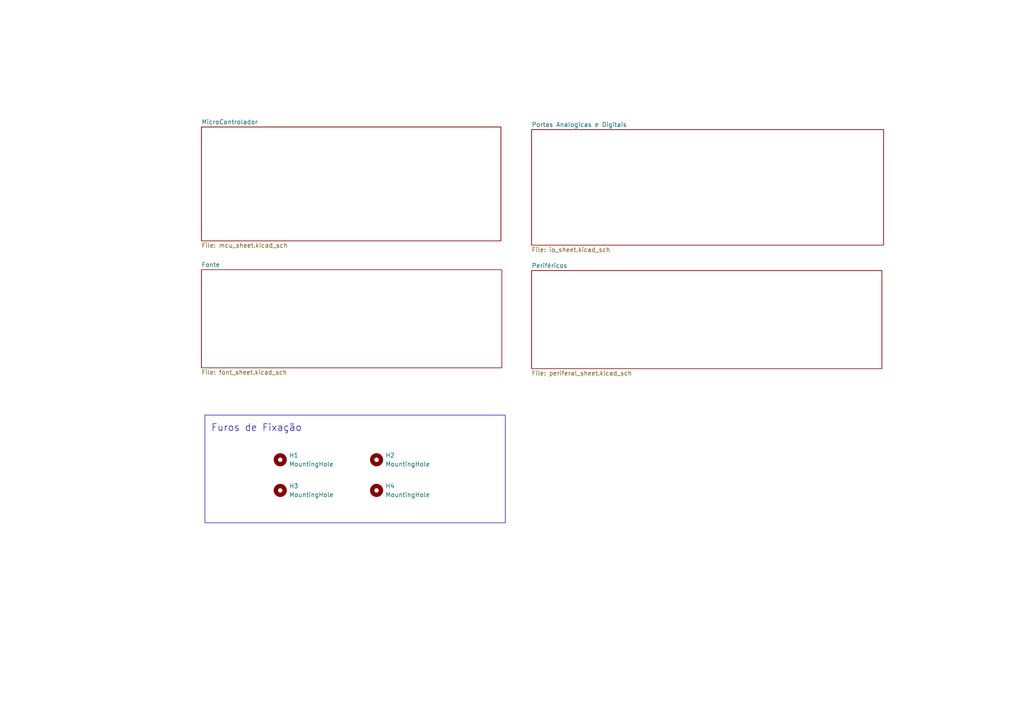
<source format=kicad_sch>
(kicad_sch (version 20231120) (generator "eeschema") (generator_version "8.0")
  (paper "A4")
  (lib_symbols
    (symbol "Mechanical:MountingHole" (pin_names (offset 1.016))
      (property "Reference" "H" (at 0 5.08 0))
      (property "Value" "MountingHole" (at 0 3.175 0))
      (symbol "MountingHole_0_1"
        (circle (center 0 0) (radius 1.27) (stroke (width 1.27)))
      )
    )
  )
  (rectangle (start 59.436 120.396) (end 146.558 151.638))
  (text "Furos de Fixação" (at 74.422 124.206 0) (effects (font (size 2 2))))
  (symbol (lib_id "Mechanical:MountingHole") (at 109.22 142.24 0) (unit 1)
    (property "Reference" "H4" (at 111.76 140.9699 0) (effects (justify left)))
    (property "Value" "MountingHole" (at 111.76 143.5099 0) (effects (justify left)))
    (property "Footprint" "MountingHole:MountingHole_4.3mm_M4_DIN965_Pad" (effects (hide yes)))
    (property "Description" "Mounting Hole without connection" (effects (hide yes)))
  )
  (symbol (lib_id "Mechanical:MountingHole") (at 81.28 142.24 0) (unit 1)
    (property "Reference" "H3" (at 83.82 140.9699 0) (effects (justify left)))
    (property "Value" "MountingHole" (at 83.82 143.5099 0) (effects (justify left)))
    (property "Footprint" "MountingHole:MountingHole_4.3mm_M4_DIN965_Pad" (effects (hide yes)))
    (property "Description" "Mounting Hole without connection" (effects (hide yes)))
  )
  (symbol (lib_id "Mechanical:MountingHole") (at 109.22 133.35 0) (unit 1)
    (property "Reference" "H2" (at 111.76 132.0799 0) (effects (justify left)))
    (property "Value" "MountingHole" (at 111.76 134.6199 0) (effects (justify left)))
    (property "Footprint" "MountingHole:MountingHole_4.3mm_M4_DIN965_Pad" (effects (hide yes)))
    (property "Description" "Mounting Hole without connection" (effects (hide yes)))
  )
  (symbol (lib_id "Mechanical:MountingHole") (at 81.28 133.35 0) (unit 1)
    (property "Reference" "H1" (at 83.82 132.0799 0) (effects (justify left)))
    (property "Value" "MountingHole" (at 83.82 134.6199 0) (effects (justify left)))
    (property "Footprint" "MountingHole:MountingHole_4.3mm_M4_DIN965_Pad" (effects (hide yes)))
    (property "Description" "Mounting Hole without connection" (effects (hide yes)))
  )
  (sheet (at 154.178 78.486) (size 101.6 28.448) (stroke (width 0.1524))
    (property "Sheetname" "Periféricos" (at 154.178 77.7744 0) (effects (justify left bottom)))
    (property "Sheetfile" "periferal_sheet.kicad_sch" (at 154.178 107.5186 0) (effects (justify left top)))
  )
  (sheet (at 58.42 36.83) (size 86.868 33.02) (stroke (width 0.1524))
    (property "Sheetname" "MicroControlador" (at 58.42 36.1184 0) (effects (justify left bottom)))
    (property "Sheetfile" "mcu_sheet.kicad_sch" (at 58.42 70.4346 0) (effects (justify left top)))
  )
  (sheet (at 58.42 78.232) (size 87.122 28.448) (stroke (width 0.1524))
    (property "Sheetname" "Fonte" (at 58.42 77.5204 0) (effects (justify left bottom)))
    (property "Sheetfile" "font_sheet.kicad_sch" (at 58.42 107.2646 0) (effects (justify left top)))
  )
  (sheet (at 154.178 37.592) (size 102.108 33.528) (stroke (width 0.1524))
    (property "Sheetname" "Portas Analogicas e Digitais" (at 154.178 36.8804 0) (effects (justify left bottom)))
    (property "Sheetfile" "io_sheet.kicad_sch" (at 154.178 71.7046 0) (effects (justify left top)))
  )
)
</source>
